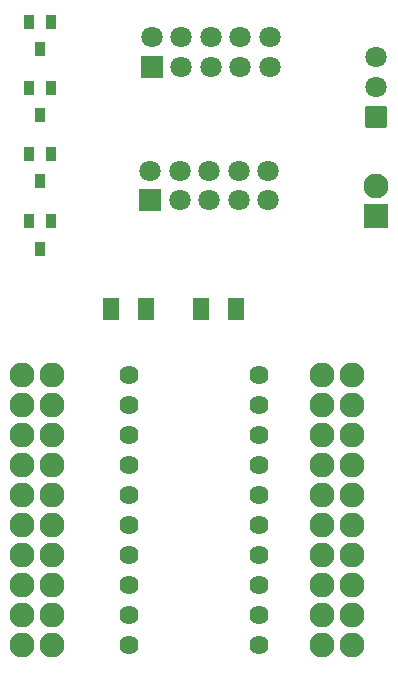
<source format=gts>
G04 Layer: TopSolderMaskLayer*
G04 EasyEDA v6.5.51, 2025-10-02 22:01:21*
G04 208e135f75f84b069e33606ea1abe5ef,5c351882480b49209f9ebacf817cb454,10*
G04 Gerber Generator version 0.2*
G04 Scale: 100 percent, Rotated: No, Reflected: No *
G04 Dimensions in millimeters *
G04 leading zeros omitted , absolute positions ,4 integer and 5 decimal *
%FSLAX45Y45*%
%MOMM*%

%AMMACRO1*4,1,8,-0.4211,-0.5508,-0.4508,-0.5208,-0.4508,0.5211,-0.4211,0.5508,0.4209,0.5508,0.4508,0.5211,0.4508,-0.5208,0.4209,-0.5508,-0.4211,-0.5508,0*%
%AMMACRO2*4,1,8,-0.4211,-0.5508,-0.4509,-0.5208,-0.4509,0.5211,-0.4211,0.5508,0.4209,0.5508,0.4509,0.5211,0.4509,-0.5208,0.4209,-0.5508,-0.4211,-0.5508,0*%
%AMMACRO3*4,1,8,-0.421,-0.5508,-0.4507,-0.5208,-0.4507,0.5211,-0.421,0.5508,0.4208,0.5508,0.4507,0.5211,0.4507,-0.5208,0.4208,-0.5508,-0.421,-0.5508,0*%
%AMMACRO4*4,1,8,-0.6248,-0.9012,-0.6546,-0.8712,-0.6546,0.8715,-0.6248,0.9012,0.6246,0.9012,0.6546,0.8715,0.6546,-0.8712,0.6246,-0.9012,-0.6248,-0.9012,0*%
%AMMACRO5*4,1,8,-0.871,-0.9008,-0.9007,-0.8708,-0.9007,0.8711,-0.871,0.9008,0.8707,0.9008,0.9007,0.8711,0.9007,-0.8708,0.8707,-0.9008,-0.871,-0.9008,0*%
%AMMACRO6*4,1,8,-1.0211,-1.0508,-1.0508,-1.0208,-1.0508,1.0211,-1.0211,1.0508,1.0208,1.0508,1.0508,1.0211,1.0508,-1.0208,1.0208,-1.0508,-1.0211,-1.0508,0*%
%AMMACRO7*4,1,8,-0.8711,-0.9507,-0.9008,-0.9207,-0.9008,0.921,-0.8711,0.9507,0.8708,0.9507,0.9008,0.921,0.9008,-0.9207,0.8708,-0.9507,-0.8711,-0.9507,0*%
%ADD10MACRO1*%
%ADD11MACRO2*%
%ADD12MACRO3*%
%ADD13MACRO4*%
%ADD14C,2.1032*%
%ADD15MACRO5*%
%ADD16C,0.0135*%
%ADD17C,1.8016*%
%ADD18C,1.6240*%
%ADD19MACRO6*%
%ADD20C,2.1016*%
%ADD21MACRO7*%

%LPD*%
D10*
G01*
X1225803Y6185700D03*
D11*
G01*
X1320800Y5955703D03*
D12*
G01*
X1415808Y6185700D03*
D10*
G01*
X1225803Y6757098D03*
D11*
G01*
X1320800Y6527101D03*
D10*
G01*
X1415796Y6757098D03*
G01*
X1225803Y7315898D03*
D11*
G01*
X1320800Y7085901D03*
D10*
G01*
X1415796Y7315898D03*
G01*
X1225803Y7874698D03*
D11*
G01*
X1320800Y7644701D03*
D10*
G01*
X1415796Y7874698D03*
D13*
G01*
X2217978Y5448300D03*
G01*
X1922221Y5448300D03*
G01*
X2979978Y5448300D03*
G01*
X2684221Y5448300D03*
D14*
G01*
X1168400Y2603500D03*
G01*
X1422400Y2603500D03*
G01*
X1168400Y2857500D03*
G01*
X1422400Y2857500D03*
G01*
X1168400Y3111500D03*
G01*
X1422400Y3111500D03*
G01*
X1168400Y3365500D03*
G01*
X1422400Y3365500D03*
G01*
X1168400Y3619500D03*
G01*
X1422400Y3619500D03*
G01*
X1168400Y3873500D03*
G01*
X1422400Y3873500D03*
G01*
X1168400Y4127500D03*
G01*
X1422400Y4127500D03*
G01*
X1168400Y4381500D03*
G01*
X1422400Y4381500D03*
G01*
X1168400Y4635500D03*
G01*
X1422400Y4635500D03*
G01*
X1168400Y4889500D03*
G01*
X1422400Y4889500D03*
G01*
X3962400Y2603500D03*
G01*
X3708400Y2603500D03*
G01*
X3708400Y2857500D03*
G01*
X3708400Y3111500D03*
G01*
X3708400Y3365500D03*
G01*
X3708400Y3619500D03*
G01*
X3708400Y3873500D03*
G01*
X3708400Y4127500D03*
G01*
X3708400Y4381500D03*
G01*
X3708400Y4635500D03*
G01*
X3708400Y4889500D03*
G01*
X3962400Y4889500D03*
G01*
X3962400Y4635500D03*
G01*
X3962400Y4381500D03*
G01*
X3962400Y4127500D03*
G01*
X3962400Y3873500D03*
G01*
X3962400Y3619500D03*
G01*
X3962400Y3365500D03*
G01*
X3962400Y3111500D03*
G01*
X3962400Y2857500D03*
D15*
G01*
X4165600Y7073887D03*
D17*
G01*
X4165600Y7327900D03*
G01*
X4165600Y7581900D03*
D18*
G01*
X3178911Y2603500D03*
G01*
X3178886Y2857500D03*
G01*
X3178886Y3111500D03*
G01*
X3178886Y3365500D03*
G01*
X3178886Y3619500D03*
G01*
X3178886Y3873500D03*
G01*
X3178886Y4127500D03*
G01*
X3178886Y4381500D03*
G01*
X3178886Y4635500D03*
G01*
X3178886Y4889500D03*
G01*
X2078888Y2603500D03*
G01*
X2078888Y2857500D03*
G01*
X2078888Y3111500D03*
G01*
X2078888Y3365500D03*
G01*
X2078888Y3619500D03*
G01*
X2078888Y3873500D03*
G01*
X2078888Y4127500D03*
G01*
X2078888Y4381500D03*
G01*
X2078888Y4635500D03*
G01*
X2078888Y4889500D03*
D19*
G01*
X4165600Y6235700D03*
D20*
G01*
X4165600Y6489700D03*
D17*
G01*
X2268600Y7744993D03*
G01*
X2518613Y7495006D03*
G01*
X2518613Y7744993D03*
G01*
X2768600Y7495006D03*
G01*
X2768600Y7744993D03*
G01*
X3018612Y7495006D03*
G01*
X3018612Y7744993D03*
G01*
X3268599Y7495006D03*
G01*
X3268599Y7744993D03*
D21*
G01*
X2268613Y7495006D03*
D17*
G01*
X2255900Y6614693D03*
G01*
X2505913Y6364706D03*
G01*
X2505913Y6614693D03*
G01*
X2755900Y6364706D03*
G01*
X2755900Y6614693D03*
G01*
X3005912Y6364706D03*
G01*
X3005912Y6614693D03*
G01*
X3255899Y6364706D03*
G01*
X3255899Y6614693D03*
D21*
G01*
X2255913Y6364706D03*
M02*

</source>
